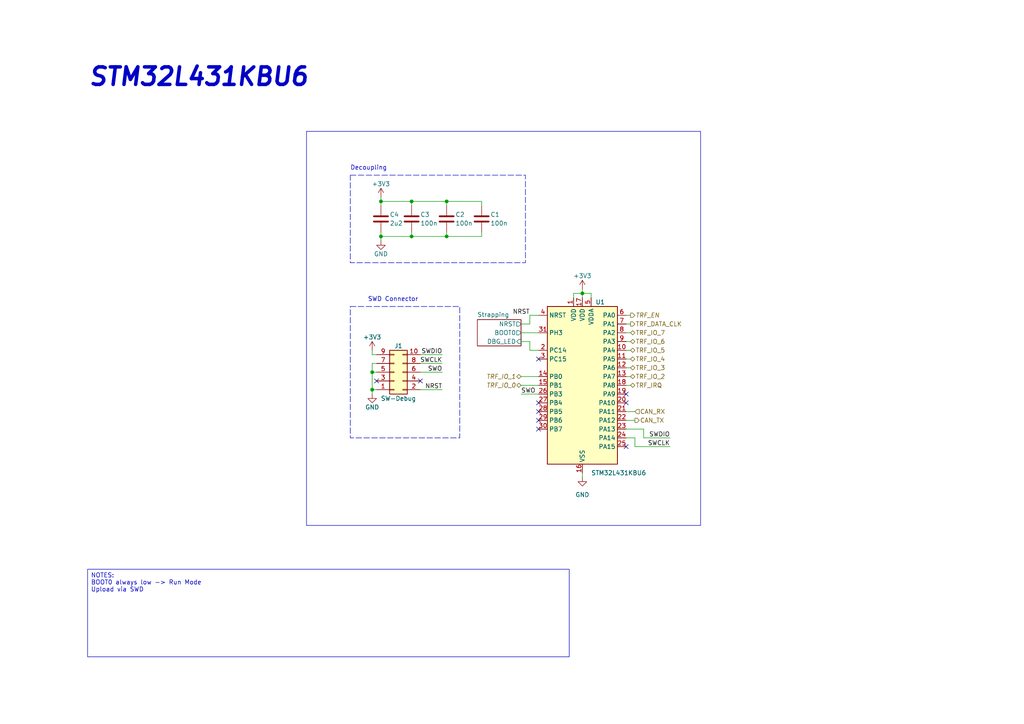
<source format=kicad_sch>
(kicad_sch (version 20230121) (generator eeschema)
  (paper "A4")
  (title_block (title "RFID-Gwent") (date "2023-08-15") (rev "R0") (company "s-grundner"))
  (lib_symbols
    (symbol "Connector_Generic:Conn_02x05_Odd_Even" (pin_names (offset 1.016) hide)
      (property "Reference" "J" (at 1.27 7.62 0))
      (property "Value" "Conn_02x05_Odd_Even" (at 1.27 -7.62 0))
      (symbol "Conn_02x05_Odd_Even_1_1"
        (rectangle (start -1.27 -4.953) (end 0 -5.207) (stroke (width 0.1524)))
        (rectangle (start -1.27 -2.413) (end 0 -2.667) (stroke (width 0.1524)))
        (rectangle (start -1.27 0.127) (end 0 -0.127) (stroke (width 0.1524)))
        (rectangle (start -1.27 2.667) (end 0 2.413) (stroke (width 0.1524)))
        (rectangle (start -1.27 5.207) (end 0 4.953) (stroke (width 0.1524)))
        (rectangle (start -1.27 6.35) (end 3.81 -6.35) (stroke (width 0.254)) (fill (type background)))
        (rectangle (start 3.81 -4.953) (end 2.54 -5.207) (stroke (width 0.1524)))
        (rectangle (start 3.81 -2.413) (end 2.54 -2.667) (stroke (width 0.1524)))
        (rectangle (start 3.81 0.127) (end 2.54 -0.127) (stroke (width 0.1524)))
        (rectangle (start 3.81 2.667) (end 2.54 2.413) (stroke (width 0.1524)))
        (rectangle (start 3.81 5.207) (end 2.54 4.953) (stroke (width 0.1524)))
        (pin passive line (at -5.08 5.08 0) (length 3.81) (name "Pin_1") (number "1"))
        (pin passive line (at 7.62 -5.08 180) (length 3.81) (name "Pin_10") (number "10"))
        (pin passive line (at 7.62 5.08 180) (length 3.81) (name "Pin_2") (number "2"))
        (pin passive line (at -5.08 2.54 0) (length 3.81) (name "Pin_3") (number "3"))
        (pin passive line (at 7.62 2.54 180) (length 3.81) (name "Pin_4") (number "4"))
        (pin passive line (at -5.08 0 0) (length 3.81) (name "Pin_5") (number "5"))
        (pin passive line (at 7.62 0 180) (length 3.81) (name "Pin_6") (number "6"))
        (pin passive line (at -5.08 -2.54 0) (length 3.81) (name "Pin_7") (number "7"))
        (pin passive line (at 7.62 -2.54 180) (length 3.81) (name "Pin_8") (number "8"))
        (pin passive line (at -5.08 -5.08 0) (length 3.81) (name "Pin_9") (number "9"))
      )
    )
    (symbol "Device:C" (pin_numbers hide) (pin_names (offset 0.254))
      (property "Reference" "C" (at 0.635 2.54 0))
      (property "Value" "C" (at 0.635 -2.54 0))
      (symbol "C_0_1"
        (polyline (pts (xy -2.032 -0.762) (xy 2.032 -0.762)) (stroke (width 0.508)))
        (polyline (pts (xy -2.032 0.762) (xy 2.032 0.762)) (stroke (width 0.508)))
      )
      (symbol "C_1_1"
        (pin passive line (at 0 3.81 270) (length 2.794) (name "~") (number "1"))
        (pin passive line (at 0 -3.81 90) (length 2.794) (name "~") (number "2"))
      )
    )
    (symbol "MCU_ST_STM32L4:STM32L431KBUx"
      (property "Reference" "U" (at -10.16 24.13 0))
      (property "Value" "STM32L431KBUx" (at 5.08 24.13 0))
      (symbol "STM32L431KBUx_0_1"
        (rectangle (start -10.16 -22.86) (end 10.16 22.86) (stroke (width 0.254)) (fill (type background)))
      )
      (symbol "STM32L431KBUx_1_1"
        (pin power_in line (at -2.54 25.4 270) (length 2.54) (name "VDD") (number "1"))
        (pin bidirectional line (at 12.7 10.16 180) (length 2.54) (name "PA4") (number "10"))
        (pin bidirectional line (at 12.7 7.62 180) (length 2.54) (name "PA5") (number "11"))
        (pin bidirectional line (at 12.7 5.08 180) (length 2.54) (name "PA6") (number "12"))
        (pin bidirectional line (at 12.7 2.54 180) (length 2.54) (name "PA7") (number "13"))
        (pin bidirectional line (at -12.7 2.54 0) (length 2.54) (name "PB0") (number "14"))
        (pin bidirectional line (at -12.7 0 0) (length 2.54) (name "PB1") (number "15"))
        (pin power_in line (at 0 -25.4 90) (length 2.54) (name "VSS") (number "16"))
        (pin power_in line (at 0 25.4 270) (length 2.54) (name "VDD") (number "17"))
        (pin bidirectional line (at 12.7 0 180) (length 2.54) (name "PA8") (number "18"))
        (pin bidirectional line (at 12.7 -2.54 180) (length 2.54) (name "PA9") (number "19"))
        (pin bidirectional line (at -12.7 10.16 0) (length 2.54) (name "PC14") (number "2"))
        (pin bidirectional line (at 12.7 -5.08 180) (length 2.54) (name "PA10") (number "20"))
        (pin bidirectional line (at 12.7 -7.62 180) (length 2.54) (name "PA11") (number "21"))
        (pin bidirectional line (at 12.7 -10.16 180) (length 2.54) (name "PA12") (number "22"))
        (pin bidirectional line (at 12.7 -12.7 180) (length 2.54) (name "PA13") (number "23"))
        (pin bidirectional line (at 12.7 -15.24 180) (length 2.54) (name "PA14") (number "24"))
        (pin bidirectional line (at 12.7 -17.78 180) (length 2.54) (name "PA15") (number "25"))
        (pin bidirectional line (at -12.7 -2.54 0) (length 2.54) (name "PB3") (number "26"))
        (pin bidirectional line (at -12.7 -5.08 0) (length 2.54) (name "PB4") (number "27"))
        (pin bidirectional line (at -12.7 -7.62 0) (length 2.54) (name "PB5") (number "28"))
        (pin bidirectional line (at -12.7 -10.16 0) (length 2.54) (name "PB6") (number "29"))
        (pin bidirectional line (at -12.7 7.62 0) (length 2.54) (name "PC15") (number "3"))
        (pin bidirectional line (at -12.7 -12.7 0) (length 2.54) (name "PB7") (number "30"))
        (pin bidirectional line (at -12.7 15.24 0) (length 2.54) (name "PH3") (number "31"))
        (pin passive line (at 0 -25.4 90) (length 2.54) hide (name "VSS") (number "32"))
        (pin passive line (at 0 -25.4 90) (length 2.54) hide (name "VSS") (number "33"))
        (pin input line (at -12.7 20.32 0) (length 2.54) (name "NRST") (number "4"))
        (pin power_in line (at 2.54 25.4 270) (length 2.54) (name "VDDA") (number "5"))
        (pin bidirectional line (at 12.7 20.32 180) (length 2.54) (name "PA0") (number "6"))
        (pin bidirectional line (at 12.7 17.78 180) (length 2.54) (name "PA1") (number "7"))
        (pin bidirectional line (at 12.7 15.24 180) (length 2.54) (name "PA2") (number "8"))
        (pin bidirectional line (at 12.7 12.7 180) (length 2.54) (name "PA3") (number "9"))
      )
    )
    (symbol "power:+3V3" (power) (pin_names (offset 0))
      (property "Value" "+3V3" (at 0 3.556 0))
      (symbol "+3V3_0_1"
        (polyline (pts (xy -0.762 1.27) (xy 0 2.54)))
        (polyline (pts (xy 0 0) (xy 0 2.54)))
        (polyline (pts (xy 0 2.54) (xy 0.762 1.27)))
      )
      (symbol "+3V3_1_1"
        (pin power_in line (at 0 0 90) (length 0) hide (name "+3V3") (number "1"))
      )
    )
    (symbol "power:GND" (power) (pin_names (offset 0))
      (property "Value" "GND" (at 0 -3.81 0))
      (symbol "GND_0_1"
        (polyline (pts (xy 0 0) (xy 0 -1.27) (xy 1.27 -1.27) (xy 0 -2.54) (xy -1.27 -1.27) (xy 0 -1.27)))
      )
      (symbol "GND_1_1"
        (pin power_in line (at 0 0 270) (length 0) hide (name "GND") (number "1"))
      )
    )
  )
  (junction (at 107.95 113.03))
  (junction (at 119.38 68.58))
  (junction (at 168.91 85.09))
  (junction (at 110.49 58.42))
  (junction (at 107.95 107.95))
  (junction (at 119.38 58.42))
  (junction (at 129.54 58.42))
  (junction (at 129.54 68.58))
  (junction (at 110.49 68.58))
  (no_connect (at 156.21 119.38))
  (no_connect (at 109.22 110.49))
  (no_connect (at 156.21 124.46))
  (no_connect (at 181.61 114.3))
  (no_connect (at 181.61 116.84))
  (no_connect (at 156.21 116.84))
  (no_connect (at 156.21 121.92))
  (no_connect (at 181.61 129.54))
  (no_connect (at 156.21 104.14))
  (no_connect (at 121.92 110.49))
  (wire (pts (xy 119.38 58.42) (xy 129.54 58.42)))
  (wire (pts (xy 151.13 96.52) (xy 156.21 96.52)))
  (wire (pts (xy 181.61 93.98) (xy 182.88 93.98)))
  (wire (pts (xy 168.91 85.09) (xy 171.45 85.09)))
  (wire (pts (xy 107.95 105.41) (xy 109.22 105.41)))
  (wire (pts (xy 128.27 107.95) (xy 121.92 107.95)))
  (wire (pts (xy 168.91 85.09) (xy 166.37 85.09)))
  (wire (pts (xy 107.95 113.03) (xy 107.95 107.95)))
  (wire (pts (xy 181.61 96.52) (xy 182.88 96.52)))
  (wire (pts (xy 129.54 58.42) (xy 129.54 59.69)))
  (wire (pts (xy 168.91 138.43) (xy 168.91 137.16)))
  (wire (pts (xy 168.91 86.36) (xy 168.91 85.09)))
  (wire (pts (xy 139.7 67.31) (xy 139.7 68.58)))
  (wire (pts (xy 184.15 127) (xy 181.61 127)))
  (wire (pts (xy 184.15 121.92) (xy 181.61 121.92)))
  (wire (pts (xy 181.61 104.14) (xy 182.88 104.14)))
  (wire (pts (xy 153.67 91.44) (xy 156.21 91.44)))
  (wire (pts (xy 110.49 58.42) (xy 110.49 59.69)))
  (wire (pts (xy 119.38 68.58) (xy 119.38 67.31)))
  (wire (pts (xy 151.13 99.06) (xy 153.67 99.06)))
  (wire (pts (xy 107.95 107.95) (xy 107.95 105.41)))
  (wire (pts (xy 186.69 124.46) (xy 181.61 124.46)))
  (wire (pts (xy 128.27 105.41) (xy 121.92 105.41)))
  (wire (pts (xy 186.69 127) (xy 186.69 124.46)))
  (wire (pts (xy 153.67 93.98) (xy 153.67 91.44)))
  (wire (pts (xy 181.61 111.76) (xy 182.88 111.76)))
  (wire (pts (xy 151.13 114.3) (xy 156.21 114.3)))
  (wire (pts (xy 107.95 101.6) (xy 107.95 102.87)))
  (wire (pts (xy 139.7 68.58) (xy 129.54 68.58)))
  (wire (pts (xy 181.61 109.22) (xy 182.88 109.22)))
  (wire (pts (xy 186.69 127) (xy 194.31 127)))
  (wire (pts (xy 128.27 113.03) (xy 121.92 113.03)))
  (wire (pts (xy 181.61 99.06) (xy 182.88 99.06)))
  (wire (pts (xy 119.38 68.58) (xy 110.49 68.58)))
  (wire (pts (xy 184.15 129.54) (xy 184.15 127)))
  (wire (pts (xy 110.49 68.58) (xy 110.49 69.85)))
  (wire (pts (xy 151.13 111.76) (xy 156.21 111.76)))
  (wire (pts (xy 171.45 85.09) (xy 171.45 86.36)))
  (wire (pts (xy 119.38 58.42) (xy 110.49 58.42)))
  (wire (pts (xy 151.13 109.22) (xy 156.21 109.22)))
  (wire (pts (xy 129.54 67.31) (xy 129.54 68.58)))
  (wire (pts (xy 181.61 101.6) (xy 182.88 101.6)))
  (wire (pts (xy 110.49 67.31) (xy 110.49 68.58)))
  (wire (pts (xy 153.67 99.06) (xy 153.67 101.6)))
  (wire (pts (xy 184.15 129.54) (xy 194.31 129.54)))
  (wire (pts (xy 107.95 114.3) (xy 107.95 113.03)))
  (wire (pts (xy 151.13 93.98) (xy 153.67 93.98)))
  (wire (pts (xy 182.88 91.44) (xy 181.61 91.44)))
  (wire (pts (xy 166.37 85.09) (xy 166.37 86.36)))
  (wire (pts (xy 119.38 59.69) (xy 119.38 58.42)))
  (wire (pts (xy 128.27 102.87) (xy 121.92 102.87)))
  (wire (pts (xy 153.67 101.6) (xy 156.21 101.6)))
  (wire (pts (xy 184.15 119.38) (xy 181.61 119.38)))
  (wire (pts (xy 139.7 59.69) (xy 139.7 58.42)))
  (wire (pts (xy 107.95 107.95) (xy 109.22 107.95)))
  (wire (pts (xy 119.38 68.58) (xy 129.54 68.58)))
  (wire (pts (xy 107.95 102.87) (xy 109.22 102.87)))
  (wire (pts (xy 168.91 83.82) (xy 168.91 85.09)))
  (wire (pts (xy 129.54 58.42) (xy 139.7 58.42)))
  (wire (pts (xy 181.61 106.68) (xy 182.88 106.68)))
  (wire (pts (xy 107.95 113.03) (xy 109.22 113.03)))
  (wire (pts (xy 110.49 57.15) (xy 110.49 58.42)))
  (rectangle (start 101.6 88.9) (end 133.35 127) (stroke (width 0) (type dash)))
  (rectangle (start 88.9 38.1) (end 203.2 152.4))
  (rectangle (start 101.6 50.8) (end 152.4 76.2) (stroke (width 0) (type dash)))
  (text_box "NOTES:\nBOOT0 always low -> Run Mode\nUpload via SWD\n" (at 25.4 165.1 0) (size 139.7 25.4) (effects (font (size 1.27 1.27)) (justify left top)))
  (text "Decoupling\n" (at 101.6 49.53 0) (effects (font (size 1.27 1.27)) (justify left bottom)))
  (text "STM32L431KBU6" (at 25.4 25.4 0) (effects (font (size 5.08 5.08) (thickness 1.016) bold italic) (justify left bottom)))
  (text "SWD Connector" (at 106.68 87.63 0) (effects (font (size 1.27 1.27)) (justify left bottom)))
  (label "SWDIO" (at 128.27 102.87 180))
  (label "SWO" (at 128.27 107.95 180))
  (label "NRST" (at 128.27 113.03 180))
  (label "SWO" (at 151.13 114.3 0))
  (label "SWDIO" (at 194.31 127 180))
  (label "SWCLK" (at 128.27 105.41 180))
  (label "NRST" (at 153.67 91.44 180))
  (label "SWCLK" (at 194.31 129.54 180))
  (hierarchical_label "TRF_IO_0" (shape bidirectional) (at 151.13 111.76 180) (effects (font italic)))
  (hierarchical_label "TRF_IO_3" (shape bidirectional) (at 182.88 106.68 0))
  (hierarchical_label "TRF_IO_7" (shape bidirectional) (at 182.88 96.52 0))
  (hierarchical_label "TRF_IO_5" (shape bidirectional) (at 182.88 101.6 0))
  (hierarchical_label "TRF_IO_2" (shape bidirectional) (at 182.88 109.22 0))
  (hierarchical_label "CAN_TX" (shape output) (at 184.15 121.92 0))
  (hierarchical_label "CAN_RX" (shape input) (at 184.15 119.38 0))
  (hierarchical_label "TRF_IRQ" (shape bidirectional) (at 182.88 111.76 0))
  (hierarchical_label "TRF_IO_4" (shape bidirectional) (at 182.88 104.14 0))
  (hierarchical_label "TRF_EN" (shape output) (at 182.88 91.44 0) (effects (font italic)))
  (hierarchical_label "TRF_IO_6" (shape bidirectional) (at 182.88 99.06 0))
  (hierarchical_label "TRF_IO_1" (shape bidirectional) (at 151.13 109.22 180) (effects (font italic)))
  (hierarchical_label "TRF_DATA_CLK" (shape output) (at 182.88 93.98 0))
  (symbol (lib_id "Connector_Generic:Conn_02x05_Odd_Even") (at 114.3 107.95 0) (mirror x) (unit 1)
    (property "Reference" "J1" (at 115.57 100.33 0))
    (property "Value" "SW-Debug" (at 115.57 115.57 0))
    (property "Footprint" "Connector_PinHeader_1.27mm:PinHeader_2x05_P1.27mm_Vertical" (effects hide))
  )
  (symbol (lib_id "power:+3V3") (at 110.49 57.15 0) (mirror y) (unit 1)
    (property "Reference" "#PWR026" (effects hide))
    (property "Value" "+3V3" (at 110.49 53.34 0))
  )
  (symbol (lib_id "Device:C") (at 119.38 63.5 180) (unit 1)
    (property "Reference" "C3" (at 121.92 62.23 0) (effects (justify right)))
    (property "Value" "100n" (at 121.92 64.77 0) (effects (justify right)))
    (property "Footprint" "Capacitor_SMD:C_0402_1005Metric" (effects hide))
    (property "LCSC Part #" "C1525" (effects hide))
  )
  (symbol (lib_id "power:+3V3") (at 107.95 101.6 0) (unit 1)
    (property "Reference" "#PWR011" (effects hide))
    (property "Value" "+3V3" (at 107.95 97.79 0))
  )
  (symbol (lib_id "Device:C") (at 129.54 63.5 180) (unit 1)
    (property "Reference" "C2" (at 132.08 62.23 0) (effects (justify right)))
    (property "Value" "100n" (at 132.08 64.77 0) (effects (justify right)))
    (property "Footprint" "Capacitor_SMD:C_0402_1005Metric" (effects hide))
    (property "LCSC Part #" "C1525" (effects hide))
  )
  (symbol (lib_id "Device:C") (at 110.49 63.5 180) (unit 1)
    (property "Reference" "C4" (at 113.03 62.23 0) (effects (justify right)))
    (property "Value" "2u2" (at 113.03 64.77 0) (effects (justify right)))
    (property "Footprint" "Capacitor_SMD:C_0402_1005Metric" (effects hide))
    (property "LCSC Part #" "C2997286" (effects hide))
  )
  (symbol (lib_id "power:GND") (at 168.91 138.43 0) (unit 1)
    (property "Reference" "#PWR01" (effects hide))
    (property "Value" "GND" (at 168.91 143.51 0))
  )
  (symbol (lib_id "power:GND") (at 107.95 114.3 0) (unit 1)
    (property "Reference" "#PWR012" (effects hide))
    (property "Value" "GND" (at 107.95 118.11 0))
  )
  (symbol (lib_id "power:+3V3") (at 168.91 83.82 0) (unit 1)
    (property "Reference" "#PWR02" (effects hide))
    (property "Value" "+3V3" (at 168.91 80.01 0))
  )
  (symbol (lib_id "power:GND") (at 110.49 69.85 0) (mirror y) (unit 1)
    (property "Reference" "#PWR03" (effects hide))
    (property "Value" "GND" (at 110.49 73.66 0))
  )
  (symbol (lib_id "MCU_ST_STM32L4:STM32L431KBUx") (at 168.91 111.76 0) (unit 1)
    (property "Reference" "U1" (at 172.72 87.63 0) (effects (justify left)))
    (property "Value" "STM32L431KBU6" (at 171.45 137.16 0) (effects (justify left)))
    (property "Footprint" "Package_DFN_QFN:QFN-32-1EP_5x5mm_P0.5mm_EP3.45x3.45mm" (effects hide))
    (property "Datasheet" "https://www.st.com/resource/en/datasheet/stm32l431kb.pdf" (effects hide))
    (property "LCSC Part #" "C2826408" (effects hide))
  )
  (symbol (lib_id "Device:C") (at 139.7 63.5 180) (unit 1)
    (property "Reference" "C1" (at 142.24 62.23 0) (effects (justify right)))
    (property "Value" "100n" (at 142.24 64.77 0) (effects (justify right)))
    (property "Footprint" "Capacitor_SMD:C_0402_1005Metric" (effects hide))
    (property "LCSC Part #" "C1525" (effects hide))
  )
  (sheet (at 138.43 92.71) (size 12.7 7.62) (stroke (width 0.1524))
    (property "Sheetname" "Strapping" (at 138.43 91.9984 0) (effects (justify left bottom)))
    (property "Sheetfile" "Strapping.kicad_sch" (effects hide))
    (pin "DBG_LED" input (at 151.13 99.06 0))
    (pin "BOOT0" output (at 151.13 96.52 0))
    (pin "NRST" output (at 151.13 93.98 0))
  )
)
</source>
